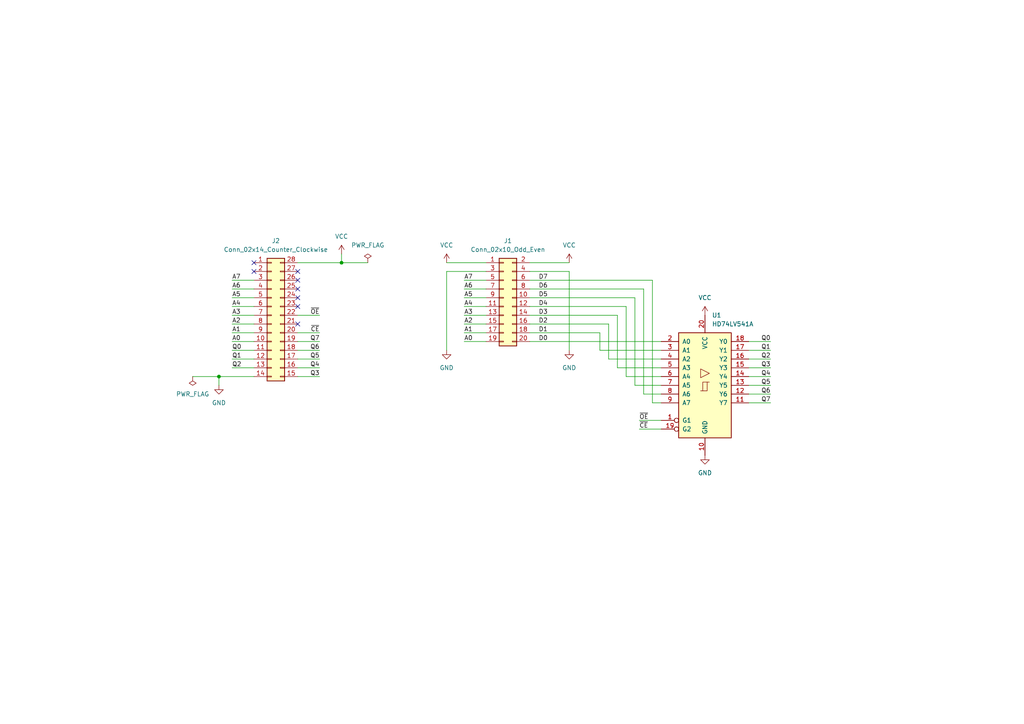
<source format=kicad_sch>
(kicad_sch (version 20211123) (generator eeschema)

  (uuid e63e39d7-6ac0-4ffd-8aa3-1841a4541b55)

  (paper "A4")

  (title_block
    (title "27512 ROM Adapter")
    (rev "v1.0")
  )

  (lib_symbols
    (symbol "74xx:74LS541" (pin_names (offset 1.016)) (in_bom yes) (on_board yes)
      (property "Reference" "U" (id 0) (at -7.62 16.51 0)
        (effects (font (size 1.27 1.27)))
      )
      (property "Value" "74LS541" (id 1) (at -7.62 -16.51 0)
        (effects (font (size 1.27 1.27)))
      )
      (property "Footprint" "" (id 2) (at 0 0 0)
        (effects (font (size 1.27 1.27)) hide)
      )
      (property "Datasheet" "http://www.ti.com/lit/gpn/sn74LS541" (id 3) (at 0 0 0)
        (effects (font (size 1.27 1.27)) hide)
      )
      (property "ki_locked" "" (id 4) (at 0 0 0)
        (effects (font (size 1.27 1.27)))
      )
      (property "ki_keywords" "TTL BUFFER 3State BUS" (id 5) (at 0 0 0)
        (effects (font (size 1.27 1.27)) hide)
      )
      (property "ki_description" "8-bit Buffer/Line Driver 3-state outputs" (id 6) (at 0 0 0)
        (effects (font (size 1.27 1.27)) hide)
      )
      (property "ki_fp_filters" "DIP?20*" (id 7) (at 0 0 0)
        (effects (font (size 1.27 1.27)) hide)
      )
      (symbol "74LS541_1_0"
        (polyline
          (pts
            (xy -0.635 -1.6002)
            (xy -0.635 0.9398)
            (xy 0.635 0.9398)
          )
          (stroke (width 0) (type default) (color 0 0 0 0))
          (fill (type none))
        )
        (polyline
          (pts
            (xy -1.27 -1.6002)
            (xy 0.635 -1.6002)
            (xy 0.635 0.9398)
            (xy 1.27 0.9398)
          )
          (stroke (width 0) (type default) (color 0 0 0 0))
          (fill (type none))
        )
        (polyline
          (pts
            (xy 1.27 3.4798)
            (xy -1.27 4.7498)
            (xy -1.27 2.2098)
            (xy 1.27 3.4798)
          )
          (stroke (width 0.1524) (type default) (color 0 0 0 0))
          (fill (type none))
        )
        (pin input inverted (at -12.7 -10.16 0) (length 5.08)
          (name "G1" (effects (font (size 1.27 1.27))))
          (number "1" (effects (font (size 1.27 1.27))))
        )
        (pin power_in line (at 0 -20.32 90) (length 5.08)
          (name "GND" (effects (font (size 1.27 1.27))))
          (number "10" (effects (font (size 1.27 1.27))))
        )
        (pin tri_state line (at 12.7 -5.08 180) (length 5.08)
          (name "Y7" (effects (font (size 1.27 1.27))))
          (number "11" (effects (font (size 1.27 1.27))))
        )
        (pin tri_state line (at 12.7 -2.54 180) (length 5.08)
          (name "Y6" (effects (font (size 1.27 1.27))))
          (number "12" (effects (font (size 1.27 1.27))))
        )
        (pin tri_state line (at 12.7 0 180) (length 5.08)
          (name "Y5" (effects (font (size 1.27 1.27))))
          (number "13" (effects (font (size 1.27 1.27))))
        )
        (pin tri_state line (at 12.7 2.54 180) (length 5.08)
          (name "Y4" (effects (font (size 1.27 1.27))))
          (number "14" (effects (font (size 1.27 1.27))))
        )
        (pin tri_state line (at 12.7 5.08 180) (length 5.08)
          (name "Y3" (effects (font (size 1.27 1.27))))
          (number "15" (effects (font (size 1.27 1.27))))
        )
        (pin tri_state line (at 12.7 7.62 180) (length 5.08)
          (name "Y2" (effects (font (size 1.27 1.27))))
          (number "16" (effects (font (size 1.27 1.27))))
        )
        (pin tri_state line (at 12.7 10.16 180) (length 5.08)
          (name "Y1" (effects (font (size 1.27 1.27))))
          (number "17" (effects (font (size 1.27 1.27))))
        )
        (pin tri_state line (at 12.7 12.7 180) (length 5.08)
          (name "Y0" (effects (font (size 1.27 1.27))))
          (number "18" (effects (font (size 1.27 1.27))))
        )
        (pin input inverted (at -12.7 -12.7 0) (length 5.08)
          (name "G2" (effects (font (size 1.27 1.27))))
          (number "19" (effects (font (size 1.27 1.27))))
        )
        (pin input line (at -12.7 12.7 0) (length 5.08)
          (name "A0" (effects (font (size 1.27 1.27))))
          (number "2" (effects (font (size 1.27 1.27))))
        )
        (pin power_in line (at 0 20.32 270) (length 5.08)
          (name "VCC" (effects (font (size 1.27 1.27))))
          (number "20" (effects (font (size 1.27 1.27))))
        )
        (pin input line (at -12.7 10.16 0) (length 5.08)
          (name "A1" (effects (font (size 1.27 1.27))))
          (number "3" (effects (font (size 1.27 1.27))))
        )
        (pin input line (at -12.7 7.62 0) (length 5.08)
          (name "A2" (effects (font (size 1.27 1.27))))
          (number "4" (effects (font (size 1.27 1.27))))
        )
        (pin input line (at -12.7 5.08 0) (length 5.08)
          (name "A3" (effects (font (size 1.27 1.27))))
          (number "5" (effects (font (size 1.27 1.27))))
        )
        (pin input line (at -12.7 2.54 0) (length 5.08)
          (name "A4" (effects (font (size 1.27 1.27))))
          (number "6" (effects (font (size 1.27 1.27))))
        )
        (pin input line (at -12.7 0 0) (length 5.08)
          (name "A5" (effects (font (size 1.27 1.27))))
          (number "7" (effects (font (size 1.27 1.27))))
        )
        (pin input line (at -12.7 -2.54 0) (length 5.08)
          (name "A6" (effects (font (size 1.27 1.27))))
          (number "8" (effects (font (size 1.27 1.27))))
        )
        (pin input line (at -12.7 -5.08 0) (length 5.08)
          (name "A7" (effects (font (size 1.27 1.27))))
          (number "9" (effects (font (size 1.27 1.27))))
        )
      )
      (symbol "74LS541_1_1"
        (rectangle (start -7.62 15.24) (end 7.62 -15.24)
          (stroke (width 0.254) (type default) (color 0 0 0 0))
          (fill (type background))
        )
      )
    )
    (symbol "Connector_Generic:Conn_02x10_Odd_Even" (pin_names (offset 1.016) hide) (in_bom yes) (on_board yes)
      (property "Reference" "J" (id 0) (at 1.27 12.7 0)
        (effects (font (size 1.27 1.27)))
      )
      (property "Value" "Conn_02x10_Odd_Even" (id 1) (at 1.27 -15.24 0)
        (effects (font (size 1.27 1.27)))
      )
      (property "Footprint" "" (id 2) (at 0 0 0)
        (effects (font (size 1.27 1.27)) hide)
      )
      (property "Datasheet" "~" (id 3) (at 0 0 0)
        (effects (font (size 1.27 1.27)) hide)
      )
      (property "ki_keywords" "connector" (id 4) (at 0 0 0)
        (effects (font (size 1.27 1.27)) hide)
      )
      (property "ki_description" "Generic connector, double row, 02x10, odd/even pin numbering scheme (row 1 odd numbers, row 2 even numbers), script generated (kicad-library-utils/schlib/autogen/connector/)" (id 5) (at 0 0 0)
        (effects (font (size 1.27 1.27)) hide)
      )
      (property "ki_fp_filters" "Connector*:*_2x??_*" (id 6) (at 0 0 0)
        (effects (font (size 1.27 1.27)) hide)
      )
      (symbol "Conn_02x10_Odd_Even_1_1"
        (rectangle (start -1.27 -12.573) (end 0 -12.827)
          (stroke (width 0.1524) (type default) (color 0 0 0 0))
          (fill (type none))
        )
        (rectangle (start -1.27 -10.033) (end 0 -10.287)
          (stroke (width 0.1524) (type default) (color 0 0 0 0))
          (fill (type none))
        )
        (rectangle (start -1.27 -7.493) (end 0 -7.747)
          (stroke (width 0.1524) (type default) (color 0 0 0 0))
          (fill (type none))
        )
        (rectangle (start -1.27 -4.953) (end 0 -5.207)
          (stroke (width 0.1524) (type default) (color 0 0 0 0))
          (fill (type none))
        )
        (rectangle (start -1.27 -2.413) (end 0 -2.667)
          (stroke (width 0.1524) (type default) (color 0 0 0 0))
          (fill (type none))
        )
        (rectangle (start -1.27 0.127) (end 0 -0.127)
          (stroke (width 0.1524) (type default) (color 0 0 0 0))
          (fill (type none))
        )
        (rectangle (start -1.27 2.667) (end 0 2.413)
          (stroke (width 0.1524) (type default) (color 0 0 0 0))
          (fill (type none))
        )
        (rectangle (start -1.27 5.207) (end 0 4.953)
          (stroke (width 0.1524) (type default) (color 0 0 0 0))
          (fill (type none))
        )
        (rectangle (start -1.27 7.747) (end 0 7.493)
          (stroke (width 0.1524) (type default) (color 0 0 0 0))
          (fill (type none))
        )
        (rectangle (start -1.27 10.287) (end 0 10.033)
          (stroke (width 0.1524) (type default) (color 0 0 0 0))
          (fill (type none))
        )
        (rectangle (start -1.27 11.43) (end 3.81 -13.97)
          (stroke (width 0.254) (type default) (color 0 0 0 0))
          (fill (type background))
        )
        (rectangle (start 3.81 -12.573) (end 2.54 -12.827)
          (stroke (width 0.1524) (type default) (color 0 0 0 0))
          (fill (type none))
        )
        (rectangle (start 3.81 -10.033) (end 2.54 -10.287)
          (stroke (width 0.1524) (type default) (color 0 0 0 0))
          (fill (type none))
        )
        (rectangle (start 3.81 -7.493) (end 2.54 -7.747)
          (stroke (width 0.1524) (type default) (color 0 0 0 0))
          (fill (type none))
        )
        (rectangle (start 3.81 -4.953) (end 2.54 -5.207)
          (stroke (width 0.1524) (type default) (color 0 0 0 0))
          (fill (type none))
        )
        (rectangle (start 3.81 -2.413) (end 2.54 -2.667)
          (stroke (width 0.1524) (type default) (color 0 0 0 0))
          (fill (type none))
        )
        (rectangle (start 3.81 0.127) (end 2.54 -0.127)
          (stroke (width 0.1524) (type default) (color 0 0 0 0))
          (fill (type none))
        )
        (rectangle (start 3.81 2.667) (end 2.54 2.413)
          (stroke (width 0.1524) (type default) (color 0 0 0 0))
          (fill (type none))
        )
        (rectangle (start 3.81 5.207) (end 2.54 4.953)
          (stroke (width 0.1524) (type default) (color 0 0 0 0))
          (fill (type none))
        )
        (rectangle (start 3.81 7.747) (end 2.54 7.493)
          (stroke (width 0.1524) (type default) (color 0 0 0 0))
          (fill (type none))
        )
        (rectangle (start 3.81 10.287) (end 2.54 10.033)
          (stroke (width 0.1524) (type default) (color 0 0 0 0))
          (fill (type none))
        )
        (pin passive line (at -5.08 10.16 0) (length 3.81)
          (name "Pin_1" (effects (font (size 1.27 1.27))))
          (number "1" (effects (font (size 1.27 1.27))))
        )
        (pin passive line (at 7.62 0 180) (length 3.81)
          (name "Pin_10" (effects (font (size 1.27 1.27))))
          (number "10" (effects (font (size 1.27 1.27))))
        )
        (pin passive line (at -5.08 -2.54 0) (length 3.81)
          (name "Pin_11" (effects (font (size 1.27 1.27))))
          (number "11" (effects (font (size 1.27 1.27))))
        )
        (pin passive line (at 7.62 -2.54 180) (length 3.81)
          (name "Pin_12" (effects (font (size 1.27 1.27))))
          (number "12" (effects (font (size 1.27 1.27))))
        )
        (pin passive line (at -5.08 -5.08 0) (length 3.81)
          (name "Pin_13" (effects (font (size 1.27 1.27))))
          (number "13" (effects (font (size 1.27 1.27))))
        )
        (pin passive line (at 7.62 -5.08 180) (length 3.81)
          (name "Pin_14" (effects (font (size 1.27 1.27))))
          (number "14" (effects (font (size 1.27 1.27))))
        )
        (pin passive line (at -5.08 -7.62 0) (length 3.81)
          (name "Pin_15" (effects (font (size 1.27 1.27))))
          (number "15" (effects (font (size 1.27 1.27))))
        )
        (pin passive line (at 7.62 -7.62 180) (length 3.81)
          (name "Pin_16" (effects (font (size 1.27 1.27))))
          (number "16" (effects (font (size 1.27 1.27))))
        )
        (pin passive line (at -5.08 -10.16 0) (length 3.81)
          (name "Pin_17" (effects (font (size 1.27 1.27))))
          (number "17" (effects (font (size 1.27 1.27))))
        )
        (pin passive line (at 7.62 -10.16 180) (length 3.81)
          (name "Pin_18" (effects (font (size 1.27 1.27))))
          (number "18" (effects (font (size 1.27 1.27))))
        )
        (pin passive line (at -5.08 -12.7 0) (length 3.81)
          (name "Pin_19" (effects (font (size 1.27 1.27))))
          (number "19" (effects (font (size 1.27 1.27))))
        )
        (pin passive line (at 7.62 10.16 180) (length 3.81)
          (name "Pin_2" (effects (font (size 1.27 1.27))))
          (number "2" (effects (font (size 1.27 1.27))))
        )
        (pin passive line (at 7.62 -12.7 180) (length 3.81)
          (name "Pin_20" (effects (font (size 1.27 1.27))))
          (number "20" (effects (font (size 1.27 1.27))))
        )
        (pin passive line (at -5.08 7.62 0) (length 3.81)
          (name "Pin_3" (effects (font (size 1.27 1.27))))
          (number "3" (effects (font (size 1.27 1.27))))
        )
        (pin passive line (at 7.62 7.62 180) (length 3.81)
          (name "Pin_4" (effects (font (size 1.27 1.27))))
          (number "4" (effects (font (size 1.27 1.27))))
        )
        (pin passive line (at -5.08 5.08 0) (length 3.81)
          (name "Pin_5" (effects (font (size 1.27 1.27))))
          (number "5" (effects (font (size 1.27 1.27))))
        )
        (pin passive line (at 7.62 5.08 180) (length 3.81)
          (name "Pin_6" (effects (font (size 1.27 1.27))))
          (number "6" (effects (font (size 1.27 1.27))))
        )
        (pin passive line (at -5.08 2.54 0) (length 3.81)
          (name "Pin_7" (effects (font (size 1.27 1.27))))
          (number "7" (effects (font (size 1.27 1.27))))
        )
        (pin passive line (at 7.62 2.54 180) (length 3.81)
          (name "Pin_8" (effects (font (size 1.27 1.27))))
          (number "8" (effects (font (size 1.27 1.27))))
        )
        (pin passive line (at -5.08 0 0) (length 3.81)
          (name "Pin_9" (effects (font (size 1.27 1.27))))
          (number "9" (effects (font (size 1.27 1.27))))
        )
      )
    )
    (symbol "Connector_Generic:Conn_02x14_Counter_Clockwise" (pin_names (offset 1.016) hide) (in_bom yes) (on_board yes)
      (property "Reference" "J" (id 0) (at 1.27 17.78 0)
        (effects (font (size 1.27 1.27)))
      )
      (property "Value" "Conn_02x14_Counter_Clockwise" (id 1) (at 1.27 -20.32 0)
        (effects (font (size 1.27 1.27)))
      )
      (property "Footprint" "" (id 2) (at 0 0 0)
        (effects (font (size 1.27 1.27)) hide)
      )
      (property "Datasheet" "~" (id 3) (at 0 0 0)
        (effects (font (size 1.27 1.27)) hide)
      )
      (property "ki_keywords" "connector" (id 4) (at 0 0 0)
        (effects (font (size 1.27 1.27)) hide)
      )
      (property "ki_description" "Generic connector, double row, 02x14, counter clockwise pin numbering scheme (similar to DIP packge numbering), script generated (kicad-library-utils/schlib/autogen/connector/)" (id 5) (at 0 0 0)
        (effects (font (size 1.27 1.27)) hide)
      )
      (property "ki_fp_filters" "Connector*:*_2x??_*" (id 6) (at 0 0 0)
        (effects (font (size 1.27 1.27)) hide)
      )
      (symbol "Conn_02x14_Counter_Clockwise_1_1"
        (rectangle (start -1.27 -17.653) (end 0 -17.907)
          (stroke (width 0.1524) (type default) (color 0 0 0 0))
          (fill (type none))
        )
        (rectangle (start -1.27 -15.113) (end 0 -15.367)
          (stroke (width 0.1524) (type default) (color 0 0 0 0))
          (fill (type none))
        )
        (rectangle (start -1.27 -12.573) (end 0 -12.827)
          (stroke (width 0.1524) (type default) (color 0 0 0 0))
          (fill (type none))
        )
        (rectangle (start -1.27 -10.033) (end 0 -10.287)
          (stroke (width 0.1524) (type default) (color 0 0 0 0))
          (fill (type none))
        )
        (rectangle (start -1.27 -7.493) (end 0 -7.747)
          (stroke (width 0.1524) (type default) (color 0 0 0 0))
          (fill (type none))
        )
        (rectangle (start -1.27 -4.953) (end 0 -5.207)
          (stroke (width 0.1524) (type default) (color 0 0 0 0))
          (fill (type none))
        )
        (rectangle (start -1.27 -2.413) (end 0 -2.667)
          (stroke (width 0.1524) (type default) (color 0 0 0 0))
          (fill (type none))
        )
        (rectangle (start -1.27 0.127) (end 0 -0.127)
          (stroke (width 0.1524) (type default) (color 0 0 0 0))
          (fill (type none))
        )
        (rectangle (start -1.27 2.667) (end 0 2.413)
          (stroke (width 0.1524) (type default) (color 0 0 0 0))
          (fill (type none))
        )
        (rectangle (start -1.27 5.207) (end 0 4.953)
          (stroke (width 0.1524) (type default) (color 0 0 0 0))
          (fill (type none))
        )
        (rectangle (start -1.27 7.747) (end 0 7.493)
          (stroke (width 0.1524) (type default) (color 0 0 0 0))
          (fill (type none))
        )
        (rectangle (start -1.27 10.287) (end 0 10.033)
          (stroke (width 0.1524) (type default) (color 0 0 0 0))
          (fill (type none))
        )
        (rectangle (start -1.27 12.827) (end 0 12.573)
          (stroke (width 0.1524) (type default) (color 0 0 0 0))
          (fill (type none))
        )
        (rectangle (start -1.27 15.367) (end 0 15.113)
          (stroke (width 0.1524) (type default) (color 0 0 0 0))
          (fill (type none))
        )
        (rectangle (start -1.27 16.51) (end 3.81 -19.05)
          (stroke (width 0.254) (type default) (color 0 0 0 0))
          (fill (type background))
        )
        (rectangle (start 3.81 -17.653) (end 2.54 -17.907)
          (stroke (width 0.1524) (type default) (color 0 0 0 0))
          (fill (type none))
        )
        (rectangle (start 3.81 -15.113) (end 2.54 -15.367)
          (stroke (width 0.1524) (type default) (color 0 0 0 0))
          (fill (type none))
        )
        (rectangle (start 3.81 -12.573) (end 2.54 -12.827)
          (stroke (width 0.1524) (type default) (color 0 0 0 0))
          (fill (type none))
        )
        (rectangle (start 3.81 -10.033) (end 2.54 -10.287)
          (stroke (width 0.1524) (type default) (color 0 0 0 0))
          (fill (type none))
        )
        (rectangle (start 3.81 -7.493) (end 2.54 -7.747)
          (stroke (width 0.1524) (type default) (color 0 0 0 0))
          (fill (type none))
        )
        (rectangle (start 3.81 -4.953) (end 2.54 -5.207)
          (stroke (width 0.1524) (type default) (color 0 0 0 0))
          (fill (type none))
        )
        (rectangle (start 3.81 -2.413) (end 2.54 -2.667)
          (stroke (width 0.1524) (type default) (color 0 0 0 0))
          (fill (type none))
        )
        (rectangle (start 3.81 0.127) (end 2.54 -0.127)
          (stroke (width 0.1524) (type default) (color 0 0 0 0))
          (fill (type none))
        )
        (rectangle (start 3.81 2.667) (end 2.54 2.413)
          (stroke (width 0.1524) (type default) (color 0 0 0 0))
          (fill (type none))
        )
        (rectangle (start 3.81 5.207) (end 2.54 4.953)
          (stroke (width 0.1524) (type default) (color 0 0 0 0))
          (fill (type none))
        )
        (rectangle (start 3.81 7.747) (end 2.54 7.493)
          (stroke (width 0.1524) (type default) (color 0 0 0 0))
          (fill (type none))
        )
        (rectangle (start 3.81 10.287) (end 2.54 10.033)
          (stroke (width 0.1524) (type default) (color 0 0 0 0))
          (fill (type none))
        )
        (rectangle (start 3.81 12.827) (end 2.54 12.573)
          (stroke (width 0.1524) (type default) (color 0 0 0 0))
          (fill (type none))
        )
        (rectangle (start 3.81 15.367) (end 2.54 15.113)
          (stroke (width 0.1524) (type default) (color 0 0 0 0))
          (fill (type none))
        )
        (pin passive line (at -5.08 15.24 0) (length 3.81)
          (name "Pin_1" (effects (font (size 1.27 1.27))))
          (number "1" (effects (font (size 1.27 1.27))))
        )
        (pin passive line (at -5.08 -7.62 0) (length 3.81)
          (name "Pin_10" (effects (font (size 1.27 1.27))))
          (number "10" (effects (font (size 1.27 1.27))))
        )
        (pin passive line (at -5.08 -10.16 0) (length 3.81)
          (name "Pin_11" (effects (font (size 1.27 1.27))))
          (number "11" (effects (font (size 1.27 1.27))))
        )
        (pin passive line (at -5.08 -12.7 0) (length 3.81)
          (name "Pin_12" (effects (font (size 1.27 1.27))))
          (number "12" (effects (font (size 1.27 1.27))))
        )
        (pin passive line (at -5.08 -15.24 0) (length 3.81)
          (name "Pin_13" (effects (font (size 1.27 1.27))))
          (number "13" (effects (font (size 1.27 1.27))))
        )
        (pin passive line (at -5.08 -17.78 0) (length 3.81)
          (name "Pin_14" (effects (font (size 1.27 1.27))))
          (number "14" (effects (font (size 1.27 1.27))))
        )
        (pin passive line (at 7.62 -17.78 180) (length 3.81)
          (name "Pin_15" (effects (font (size 1.27 1.27))))
          (number "15" (effects (font (size 1.27 1.27))))
        )
        (pin passive line (at 7.62 -15.24 180) (length 3.81)
          (name "Pin_16" (effects (font (size 1.27 1.27))))
          (number "16" (effects (font (size 1.27 1.27))))
        )
        (pin passive line (at 7.62 -12.7 180) (length 3.81)
          (name "Pin_17" (effects (font (size 1.27 1.27))))
          (number "17" (effects (font (size 1.27 1.27))))
        )
        (pin passive line (at 7.62 -10.16 180) (length 3.81)
          (name "Pin_18" (effects (font (size 1.27 1.27))))
          (number "18" (effects (font (size 1.27 1.27))))
        )
        (pin passive line (at 7.62 -7.62 180) (length 3.81)
          (name "Pin_19" (effects (font (size 1.27 1.27))))
          (number "19" (effects (font (size 1.27 1.27))))
        )
        (pin passive line (at -5.08 12.7 0) (length 3.81)
          (name "Pin_2" (effects (font (size 1.27 1.27))))
          (number "2" (effects (font (size 1.27 1.27))))
        )
        (pin passive line (at 7.62 -5.08 180) (length 3.81)
          (name "Pin_20" (effects (font (size 1.27 1.27))))
          (number "20" (effects (font (size 1.27 1.27))))
        )
        (pin passive line (at 7.62 -2.54 180) (length 3.81)
          (name "Pin_21" (effects (font (size 1.27 1.27))))
          (number "21" (effects (font (size 1.27 1.27))))
        )
        (pin passive line (at 7.62 0 180) (length 3.81)
          (name "Pin_22" (effects (font (size 1.27 1.27))))
          (number "22" (effects (font (size 1.27 1.27))))
        )
        (pin passive line (at 7.62 2.54 180) (length 3.81)
          (name "Pin_23" (effects (font (size 1.27 1.27))))
          (number "23" (effects (font (size 1.27 1.27))))
        )
        (pin passive line (at 7.62 5.08 180) (length 3.81)
          (name "Pin_24" (effects (font (size 1.27 1.27))))
          (number "24" (effects (font (size 1.27 1.27))))
        )
        (pin passive line (at 7.62 7.62 180) (length 3.81)
          (name "Pin_25" (effects (font (size 1.27 1.27))))
          (number "25" (effects (font (size 1.27 1.27))))
        )
        (pin passive line (at 7.62 10.16 180) (length 3.81)
          (name "Pin_26" (effects (font (size 1.27 1.27))))
          (number "26" (effects (font (size 1.27 1.27))))
        )
        (pin passive line (at 7.62 12.7 180) (length 3.81)
          (name "Pin_27" (effects (font (size 1.27 1.27))))
          (number "27" (effects (font (size 1.27 1.27))))
        )
        (pin passive line (at 7.62 15.24 180) (length 3.81)
          (name "Pin_28" (effects (font (size 1.27 1.27))))
          (number "28" (effects (font (size 1.27 1.27))))
        )
        (pin passive line (at -5.08 10.16 0) (length 3.81)
          (name "Pin_3" (effects (font (size 1.27 1.27))))
          (number "3" (effects (font (size 1.27 1.27))))
        )
        (pin passive line (at -5.08 7.62 0) (length 3.81)
          (name "Pin_4" (effects (font (size 1.27 1.27))))
          (number "4" (effects (font (size 1.27 1.27))))
        )
        (pin passive line (at -5.08 5.08 0) (length 3.81)
          (name "Pin_5" (effects (font (size 1.27 1.27))))
          (number "5" (effects (font (size 1.27 1.27))))
        )
        (pin passive line (at -5.08 2.54 0) (length 3.81)
          (name "Pin_6" (effects (font (size 1.27 1.27))))
          (number "6" (effects (font (size 1.27 1.27))))
        )
        (pin passive line (at -5.08 0 0) (length 3.81)
          (name "Pin_7" (effects (font (size 1.27 1.27))))
          (number "7" (effects (font (size 1.27 1.27))))
        )
        (pin passive line (at -5.08 -2.54 0) (length 3.81)
          (name "Pin_8" (effects (font (size 1.27 1.27))))
          (number "8" (effects (font (size 1.27 1.27))))
        )
        (pin passive line (at -5.08 -5.08 0) (length 3.81)
          (name "Pin_9" (effects (font (size 1.27 1.27))))
          (number "9" (effects (font (size 1.27 1.27))))
        )
      )
    )
    (symbol "power:GND" (power) (pin_names (offset 0)) (in_bom yes) (on_board yes)
      (property "Reference" "#PWR" (id 0) (at 0 -6.35 0)
        (effects (font (size 1.27 1.27)) hide)
      )
      (property "Value" "GND" (id 1) (at 0 -3.81 0)
        (effects (font (size 1.27 1.27)))
      )
      (property "Footprint" "" (id 2) (at 0 0 0)
        (effects (font (size 1.27 1.27)) hide)
      )
      (property "Datasheet" "" (id 3) (at 0 0 0)
        (effects (font (size 1.27 1.27)) hide)
      )
      (property "ki_keywords" "power-flag" (id 4) (at 0 0 0)
        (effects (font (size 1.27 1.27)) hide)
      )
      (property "ki_description" "Power symbol creates a global label with name \"GND\" , ground" (id 5) (at 0 0 0)
        (effects (font (size 1.27 1.27)) hide)
      )
      (symbol "GND_0_1"
        (polyline
          (pts
            (xy 0 0)
            (xy 0 -1.27)
            (xy 1.27 -1.27)
            (xy 0 -2.54)
            (xy -1.27 -1.27)
            (xy 0 -1.27)
          )
          (stroke (width 0) (type default) (color 0 0 0 0))
          (fill (type none))
        )
      )
      (symbol "GND_1_1"
        (pin power_in line (at 0 0 270) (length 0) hide
          (name "GND" (effects (font (size 1.27 1.27))))
          (number "1" (effects (font (size 1.27 1.27))))
        )
      )
    )
    (symbol "power:PWR_FLAG" (power) (pin_numbers hide) (pin_names (offset 0) hide) (in_bom yes) (on_board yes)
      (property "Reference" "#FLG" (id 0) (at 0 1.905 0)
        (effects (font (size 1.27 1.27)) hide)
      )
      (property "Value" "PWR_FLAG" (id 1) (at 0 3.81 0)
        (effects (font (size 1.27 1.27)))
      )
      (property "Footprint" "" (id 2) (at 0 0 0)
        (effects (font (size 1.27 1.27)) hide)
      )
      (property "Datasheet" "~" (id 3) (at 0 0 0)
        (effects (font (size 1.27 1.27)) hide)
      )
      (property "ki_keywords" "power-flag" (id 4) (at 0 0 0)
        (effects (font (size 1.27 1.27)) hide)
      )
      (property "ki_description" "Special symbol for telling ERC where power comes from" (id 5) (at 0 0 0)
        (effects (font (size 1.27 1.27)) hide)
      )
      (symbol "PWR_FLAG_0_0"
        (pin power_out line (at 0 0 90) (length 0)
          (name "pwr" (effects (font (size 1.27 1.27))))
          (number "1" (effects (font (size 1.27 1.27))))
        )
      )
      (symbol "PWR_FLAG_0_1"
        (polyline
          (pts
            (xy 0 0)
            (xy 0 1.27)
            (xy -1.016 1.905)
            (xy 0 2.54)
            (xy 1.016 1.905)
            (xy 0 1.27)
          )
          (stroke (width 0) (type default) (color 0 0 0 0))
          (fill (type none))
        )
      )
    )
    (symbol "power:VCC" (power) (pin_names (offset 0)) (in_bom yes) (on_board yes)
      (property "Reference" "#PWR" (id 0) (at 0 -3.81 0)
        (effects (font (size 1.27 1.27)) hide)
      )
      (property "Value" "VCC" (id 1) (at 0 3.81 0)
        (effects (font (size 1.27 1.27)))
      )
      (property "Footprint" "" (id 2) (at 0 0 0)
        (effects (font (size 1.27 1.27)) hide)
      )
      (property "Datasheet" "" (id 3) (at 0 0 0)
        (effects (font (size 1.27 1.27)) hide)
      )
      (property "ki_keywords" "power-flag" (id 4) (at 0 0 0)
        (effects (font (size 1.27 1.27)) hide)
      )
      (property "ki_description" "Power symbol creates a global label with name \"VCC\"" (id 5) (at 0 0 0)
        (effects (font (size 1.27 1.27)) hide)
      )
      (symbol "VCC_0_1"
        (polyline
          (pts
            (xy -0.762 1.27)
            (xy 0 2.54)
          )
          (stroke (width 0) (type default) (color 0 0 0 0))
          (fill (type none))
        )
        (polyline
          (pts
            (xy 0 0)
            (xy 0 2.54)
          )
          (stroke (width 0) (type default) (color 0 0 0 0))
          (fill (type none))
        )
        (polyline
          (pts
            (xy 0 2.54)
            (xy 0.762 1.27)
          )
          (stroke (width 0) (type default) (color 0 0 0 0))
          (fill (type none))
        )
      )
      (symbol "VCC_1_1"
        (pin power_in line (at 0 0 90) (length 0) hide
          (name "VCC" (effects (font (size 1.27 1.27))))
          (number "1" (effects (font (size 1.27 1.27))))
        )
      )
    )
  )

  (junction (at 63.5 109.22) (diameter 0) (color 0 0 0 0)
    (uuid 01a3e33a-cde7-4193-9477-12c00106b1fc)
  )
  (junction (at 99.06 76.2) (diameter 0) (color 0 0 0 0)
    (uuid 79ed9c4e-844c-4156-aeb9-4a867488c0b6)
  )

  (no_connect (at 86.36 86.36) (uuid 249c7bdc-5fca-49bf-be50-f5727ad0bb3f))
  (no_connect (at 86.36 83.82) (uuid 249c7bdc-5fca-49bf-be50-f5727ad0bb3f))
  (no_connect (at 73.66 78.74) (uuid 249c7bdc-5fca-49bf-be50-f5727ad0bb3f))
  (no_connect (at 86.36 93.98) (uuid 249c7bdc-5fca-49bf-be50-f5727ad0bb3f))
  (no_connect (at 86.36 88.9) (uuid 249c7bdc-5fca-49bf-be50-f5727ad0bb3f))
  (no_connect (at 86.36 81.28) (uuid 249c7bdc-5fca-49bf-be50-f5727ad0bb3f))
  (no_connect (at 86.36 78.74) (uuid 249c7bdc-5fca-49bf-be50-f5727ad0bb3f))
  (no_connect (at 73.66 76.2) (uuid 249c7bdc-5fca-49bf-be50-f5727ad0bb3f))

  (wire (pts (xy 73.66 109.22) (xy 63.5 109.22))
    (stroke (width 0) (type default) (color 0 0 0 0))
    (uuid 01179ada-7895-4a20-91c8-a20087e3e483)
  )
  (wire (pts (xy 181.61 88.9) (xy 181.61 109.22))
    (stroke (width 0) (type default) (color 0 0 0 0))
    (uuid 0501c479-5eda-4175-b127-463721c53e0a)
  )
  (wire (pts (xy 181.61 109.22) (xy 191.77 109.22))
    (stroke (width 0) (type default) (color 0 0 0 0))
    (uuid 06815404-e035-4e17-89a5-da21e0052b82)
  )
  (wire (pts (xy 55.88 109.22) (xy 63.5 109.22))
    (stroke (width 0) (type default) (color 0 0 0 0))
    (uuid 0eca511d-e712-4832-8624-bcebbba27c50)
  )
  (wire (pts (xy 63.5 109.22) (xy 63.5 111.76))
    (stroke (width 0) (type default) (color 0 0 0 0))
    (uuid 10eaaac1-eac8-48f5-93d6-5543a9d22034)
  )
  (wire (pts (xy 86.36 101.6) (xy 92.71 101.6))
    (stroke (width 0) (type default) (color 0 0 0 0))
    (uuid 11316c6e-c6b6-4377-9342-a7648e7f77be)
  )
  (wire (pts (xy 134.62 88.9) (xy 140.97 88.9))
    (stroke (width 0) (type default) (color 0 0 0 0))
    (uuid 1327380e-8c67-4e70-a850-6ab5d2a5fd75)
  )
  (wire (pts (xy 67.31 96.52) (xy 73.66 96.52))
    (stroke (width 0) (type default) (color 0 0 0 0))
    (uuid 15f8a827-2ded-486b-bea7-a06ca5a2b720)
  )
  (wire (pts (xy 217.17 109.22) (xy 223.52 109.22))
    (stroke (width 0) (type default) (color 0 0 0 0))
    (uuid 19114b56-098d-4a76-97f4-85a9e63fa16f)
  )
  (wire (pts (xy 134.62 96.52) (xy 140.97 96.52))
    (stroke (width 0) (type default) (color 0 0 0 0))
    (uuid 1bb31f70-f39f-469b-987a-0b43542d02c8)
  )
  (wire (pts (xy 99.06 76.2) (xy 106.68 76.2))
    (stroke (width 0) (type default) (color 0 0 0 0))
    (uuid 216197f1-b5d4-4b22-affe-4f249a66303c)
  )
  (wire (pts (xy 134.62 91.44) (xy 140.97 91.44))
    (stroke (width 0) (type default) (color 0 0 0 0))
    (uuid 290f52bc-887a-4061-9547-fdb136c7a548)
  )
  (wire (pts (xy 153.67 83.82) (xy 186.69 83.82))
    (stroke (width 0) (type default) (color 0 0 0 0))
    (uuid 2a2df756-b61a-4cc2-9623-f529b3cb98ef)
  )
  (wire (pts (xy 134.62 86.36) (xy 140.97 86.36))
    (stroke (width 0) (type default) (color 0 0 0 0))
    (uuid 2d321073-88e1-4316-8421-4a8886dde9fc)
  )
  (wire (pts (xy 173.99 96.52) (xy 173.99 101.6))
    (stroke (width 0) (type default) (color 0 0 0 0))
    (uuid 33a8266d-1b6a-4554-a0e1-82e6f7b29acb)
  )
  (wire (pts (xy 153.67 76.2) (xy 165.1 76.2))
    (stroke (width 0) (type default) (color 0 0 0 0))
    (uuid 379a17bf-cca3-4fd5-86d1-59affdab579e)
  )
  (wire (pts (xy 129.54 78.74) (xy 129.54 101.6))
    (stroke (width 0) (type default) (color 0 0 0 0))
    (uuid 4c5b3652-214e-4fbf-bc26-89d5198984c4)
  )
  (wire (pts (xy 134.62 81.28) (xy 140.97 81.28))
    (stroke (width 0) (type default) (color 0 0 0 0))
    (uuid 4ebf4773-fd03-4191-96e7-f72835e5baf4)
  )
  (wire (pts (xy 217.17 99.06) (xy 223.52 99.06))
    (stroke (width 0) (type default) (color 0 0 0 0))
    (uuid 5abbb7b3-7026-4a71-87c4-6de214d81a73)
  )
  (wire (pts (xy 153.67 91.44) (xy 179.07 91.44))
    (stroke (width 0) (type default) (color 0 0 0 0))
    (uuid 632ac228-b9d1-456c-a5c7-7878d2cf7dd4)
  )
  (wire (pts (xy 217.17 106.68) (xy 223.52 106.68))
    (stroke (width 0) (type default) (color 0 0 0 0))
    (uuid 659bf2f5-347c-4504-b276-84660e67d850)
  )
  (wire (pts (xy 86.36 109.22) (xy 92.71 109.22))
    (stroke (width 0) (type default) (color 0 0 0 0))
    (uuid 66630585-a768-4ba9-85f9-beb639e9054a)
  )
  (wire (pts (xy 185.42 121.92) (xy 191.77 121.92))
    (stroke (width 0) (type default) (color 0 0 0 0))
    (uuid 6693f330-3245-4514-9953-5d3df86d57e2)
  )
  (wire (pts (xy 86.36 104.14) (xy 92.71 104.14))
    (stroke (width 0) (type default) (color 0 0 0 0))
    (uuid 67dd7057-4d15-4bfe-aaba-e216fcfa20d6)
  )
  (wire (pts (xy 67.31 104.14) (xy 73.66 104.14))
    (stroke (width 0) (type default) (color 0 0 0 0))
    (uuid 6c7e31e3-2b43-4dd3-8a81-3deda3cc19b3)
  )
  (wire (pts (xy 67.31 88.9) (xy 73.66 88.9))
    (stroke (width 0) (type default) (color 0 0 0 0))
    (uuid 6f39ac71-504f-4657-8986-24ff4f2d032d)
  )
  (wire (pts (xy 134.62 83.82) (xy 140.97 83.82))
    (stroke (width 0) (type default) (color 0 0 0 0))
    (uuid 6f3ed25c-c714-4437-bcc3-8ac943d0a8c2)
  )
  (wire (pts (xy 86.36 96.52) (xy 92.71 96.52))
    (stroke (width 0) (type default) (color 0 0 0 0))
    (uuid 727ed564-b946-4643-aabc-6b285113d570)
  )
  (wire (pts (xy 185.42 124.46) (xy 191.77 124.46))
    (stroke (width 0) (type default) (color 0 0 0 0))
    (uuid 73f2b115-e957-473b-b2ea-f06eb783e731)
  )
  (wire (pts (xy 86.36 91.44) (xy 92.71 91.44))
    (stroke (width 0) (type default) (color 0 0 0 0))
    (uuid 7ab42517-3a89-44d6-8028-11fbb7f29534)
  )
  (wire (pts (xy 67.31 83.82) (xy 73.66 83.82))
    (stroke (width 0) (type default) (color 0 0 0 0))
    (uuid 7c97d781-16eb-458a-91a2-bfecfd5fd580)
  )
  (wire (pts (xy 189.23 81.28) (xy 189.23 116.84))
    (stroke (width 0) (type default) (color 0 0 0 0))
    (uuid 7eaba4cf-55c4-40dc-9d81-3baa47afa9a7)
  )
  (wire (pts (xy 134.62 99.06) (xy 140.97 99.06))
    (stroke (width 0) (type default) (color 0 0 0 0))
    (uuid 80675fc9-f632-40db-8881-3a0e9f1b5611)
  )
  (wire (pts (xy 140.97 78.74) (xy 129.54 78.74))
    (stroke (width 0) (type default) (color 0 0 0 0))
    (uuid 8160053b-9c05-4f17-9720-d23fb2243a8a)
  )
  (wire (pts (xy 217.17 104.14) (xy 223.52 104.14))
    (stroke (width 0) (type default) (color 0 0 0 0))
    (uuid 83bc7001-9bf6-4807-a1b8-87963d3c11fb)
  )
  (wire (pts (xy 67.31 81.28) (xy 73.66 81.28))
    (stroke (width 0) (type default) (color 0 0 0 0))
    (uuid 85dd6acf-d5aa-484e-930f-b3bbabe3e7e1)
  )
  (wire (pts (xy 189.23 116.84) (xy 191.77 116.84))
    (stroke (width 0) (type default) (color 0 0 0 0))
    (uuid 8906ab47-382f-4e36-b666-8448c83f4db9)
  )
  (wire (pts (xy 67.31 101.6) (xy 73.66 101.6))
    (stroke (width 0) (type default) (color 0 0 0 0))
    (uuid 8c7fbaee-3f9c-477a-99fc-12f47ec49bcf)
  )
  (wire (pts (xy 165.1 78.74) (xy 165.1 101.6))
    (stroke (width 0) (type default) (color 0 0 0 0))
    (uuid 927e9850-35cb-4c14-a4e4-8155b9f40a18)
  )
  (wire (pts (xy 179.07 91.44) (xy 179.07 106.68))
    (stroke (width 0) (type default) (color 0 0 0 0))
    (uuid 93bd1249-69c1-4ffd-89b6-77574145051c)
  )
  (wire (pts (xy 173.99 101.6) (xy 191.77 101.6))
    (stroke (width 0) (type default) (color 0 0 0 0))
    (uuid 97e7ea7b-7ecf-4910-8d52-3033910f074f)
  )
  (wire (pts (xy 67.31 106.68) (xy 73.66 106.68))
    (stroke (width 0) (type default) (color 0 0 0 0))
    (uuid 97e96f20-a3a6-4ca0-94cd-2f89b3f86ded)
  )
  (wire (pts (xy 67.31 91.44) (xy 73.66 91.44))
    (stroke (width 0) (type default) (color 0 0 0 0))
    (uuid 98d4b13d-e6c3-4c74-9ab8-e8924b0a235c)
  )
  (wire (pts (xy 153.67 86.36) (xy 184.15 86.36))
    (stroke (width 0) (type default) (color 0 0 0 0))
    (uuid 9c6bb213-6a95-46a3-a223-83dd46b1e63b)
  )
  (wire (pts (xy 86.36 106.68) (xy 92.71 106.68))
    (stroke (width 0) (type default) (color 0 0 0 0))
    (uuid 9dbf289f-4308-406f-8668-ec88d3bd3395)
  )
  (wire (pts (xy 99.06 76.2) (xy 86.36 76.2))
    (stroke (width 0) (type default) (color 0 0 0 0))
    (uuid a228dd02-8caa-443f-9918-bbf6eb62d140)
  )
  (wire (pts (xy 217.17 101.6) (xy 223.52 101.6))
    (stroke (width 0) (type default) (color 0 0 0 0))
    (uuid a2dcf0a9-ee0f-460f-98f4-0ec9dba40b8f)
  )
  (wire (pts (xy 184.15 111.76) (xy 191.77 111.76))
    (stroke (width 0) (type default) (color 0 0 0 0))
    (uuid a47d5fe4-aa70-4d60-9560-3da84deb5ebe)
  )
  (wire (pts (xy 217.17 116.84) (xy 223.52 116.84))
    (stroke (width 0) (type default) (color 0 0 0 0))
    (uuid a54dff24-f40d-46d2-a5e7-52df818f3ae8)
  )
  (wire (pts (xy 153.67 81.28) (xy 189.23 81.28))
    (stroke (width 0) (type default) (color 0 0 0 0))
    (uuid a9b0defb-edfd-4269-8d82-ea8a4cee2747)
  )
  (wire (pts (xy 176.53 104.14) (xy 191.77 104.14))
    (stroke (width 0) (type default) (color 0 0 0 0))
    (uuid aa6de6ae-47b9-4c3b-a3a7-1cf18a9ad25c)
  )
  (wire (pts (xy 67.31 86.36) (xy 73.66 86.36))
    (stroke (width 0) (type default) (color 0 0 0 0))
    (uuid af62fdac-3d0e-4eab-9d5f-334f2621133c)
  )
  (wire (pts (xy 184.15 86.36) (xy 184.15 111.76))
    (stroke (width 0) (type default) (color 0 0 0 0))
    (uuid b4167ae5-787c-4566-8a6c-d3147ed8f508)
  )
  (wire (pts (xy 176.53 93.98) (xy 176.53 104.14))
    (stroke (width 0) (type default) (color 0 0 0 0))
    (uuid b656d0b6-ba6e-4a59-9fb1-ff442dbfba37)
  )
  (wire (pts (xy 67.31 99.06) (xy 73.66 99.06))
    (stroke (width 0) (type default) (color 0 0 0 0))
    (uuid b7521029-4125-4ad1-beeb-31e5725fd477)
  )
  (wire (pts (xy 153.67 99.06) (xy 191.77 99.06))
    (stroke (width 0) (type default) (color 0 0 0 0))
    (uuid be50e3e3-9281-4035-a6a3-76cab22b8dd4)
  )
  (wire (pts (xy 99.06 73.66) (xy 99.06 76.2))
    (stroke (width 0) (type default) (color 0 0 0 0))
    (uuid c15c6a9e-1e39-412a-8723-acdf86064973)
  )
  (wire (pts (xy 217.17 114.3) (xy 223.52 114.3))
    (stroke (width 0) (type default) (color 0 0 0 0))
    (uuid c2fad56b-9b9a-42e4-8785-17c03f26d33e)
  )
  (wire (pts (xy 67.31 93.98) (xy 73.66 93.98))
    (stroke (width 0) (type default) (color 0 0 0 0))
    (uuid c4c7a3ca-a623-46c2-9315-d8549deeec27)
  )
  (wire (pts (xy 134.62 93.98) (xy 140.97 93.98))
    (stroke (width 0) (type default) (color 0 0 0 0))
    (uuid c56eefab-e12e-45d4-b709-01336c81bdfb)
  )
  (wire (pts (xy 129.54 76.2) (xy 140.97 76.2))
    (stroke (width 0) (type default) (color 0 0 0 0))
    (uuid c63646f9-5b42-4e52-9d84-c4020c857ee6)
  )
  (wire (pts (xy 86.36 99.06) (xy 92.71 99.06))
    (stroke (width 0) (type default) (color 0 0 0 0))
    (uuid d9c48155-d6b2-476b-99ba-ae1111eacf7d)
  )
  (wire (pts (xy 153.67 88.9) (xy 181.61 88.9))
    (stroke (width 0) (type default) (color 0 0 0 0))
    (uuid d9dac367-2e76-455b-a0e1-d1d46c466d83)
  )
  (wire (pts (xy 217.17 111.76) (xy 223.52 111.76))
    (stroke (width 0) (type default) (color 0 0 0 0))
    (uuid db3a1cb3-4a02-436e-8d3d-b8e2b30f53f8)
  )
  (wire (pts (xy 153.67 96.52) (xy 173.99 96.52))
    (stroke (width 0) (type default) (color 0 0 0 0))
    (uuid dc451e77-e9d0-4add-b84c-9c7943efc375)
  )
  (wire (pts (xy 153.67 78.74) (xy 165.1 78.74))
    (stroke (width 0) (type default) (color 0 0 0 0))
    (uuid e0822130-690f-4d97-9220-959be60deef2)
  )
  (wire (pts (xy 186.69 114.3) (xy 191.77 114.3))
    (stroke (width 0) (type default) (color 0 0 0 0))
    (uuid f48d48df-e0ad-475d-9af4-5f71084feec3)
  )
  (wire (pts (xy 153.67 93.98) (xy 176.53 93.98))
    (stroke (width 0) (type default) (color 0 0 0 0))
    (uuid f596d5b3-6832-40ce-8398-9bf6855cc648)
  )
  (wire (pts (xy 179.07 106.68) (xy 191.77 106.68))
    (stroke (width 0) (type default) (color 0 0 0 0))
    (uuid f5b37735-aada-4ada-a72a-5f3b0442f461)
  )
  (wire (pts (xy 186.69 83.82) (xy 186.69 114.3))
    (stroke (width 0) (type default) (color 0 0 0 0))
    (uuid f924f0e7-0b04-422b-928d-c565f8d33b49)
  )

  (label "A5" (at 67.31 86.36 0)
    (effects (font (size 1.27 1.27)) (justify left bottom))
    (uuid 0fae42a2-5450-4b3e-a00e-2c3e0f6bef61)
  )
  (label "~{OE}" (at 185.42 121.92 0)
    (effects (font (size 1.27 1.27)) (justify left bottom))
    (uuid 11c66d9d-29df-4145-8f3c-37baa7d8983f)
  )
  (label "~{CE}" (at 185.42 124.46 0)
    (effects (font (size 1.27 1.27)) (justify left bottom))
    (uuid 1d0e2839-b726-4c0a-be25-0b854560d444)
  )
  (label "A3" (at 67.31 91.44 0)
    (effects (font (size 1.27 1.27)) (justify left bottom))
    (uuid 1fa6bafa-95fd-4855-a440-e0ef002bb610)
  )
  (label "Q1" (at 223.52 101.6 180)
    (effects (font (size 1.27 1.27)) (justify right bottom))
    (uuid 217d55ea-150f-4a96-9e50-3d66cb72f1e7)
  )
  (label "A0" (at 67.31 99.06 0)
    (effects (font (size 1.27 1.27)) (justify left bottom))
    (uuid 28b61970-be32-4027-a006-7ee2adc035c1)
  )
  (label "~{OE}" (at 92.71 91.44 180)
    (effects (font (size 1.27 1.27)) (justify right bottom))
    (uuid 2bab2655-029d-4134-91a9-be61b7939663)
  )
  (label "A7" (at 134.62 81.28 0)
    (effects (font (size 1.27 1.27)) (justify left bottom))
    (uuid 31296d2f-868a-435b-a5ab-da28644495fb)
  )
  (label "Q2" (at 67.31 106.68 0)
    (effects (font (size 1.27 1.27)) (justify left bottom))
    (uuid 3513539e-868e-4073-9274-1bf9687ef32c)
  )
  (label "D1" (at 156.21 96.52 0)
    (effects (font (size 1.27 1.27)) (justify left bottom))
    (uuid 38d5e056-0ccd-45fc-bd2e-0bb8a51b9f17)
  )
  (label "D2" (at 156.21 93.98 0)
    (effects (font (size 1.27 1.27)) (justify left bottom))
    (uuid 3fcfc8cc-c049-4a5c-b6cf-8044160d8c07)
  )
  (label "~{CE}" (at 92.71 96.52 180)
    (effects (font (size 1.27 1.27)) (justify right bottom))
    (uuid 42571da6-57e0-4e37-9db8-6b5cbf7118c8)
  )
  (label "D3" (at 156.21 91.44 0)
    (effects (font (size 1.27 1.27)) (justify left bottom))
    (uuid 481d9af8-35f7-42b6-89d3-64884c0c2c36)
  )
  (label "A1" (at 134.62 96.52 0)
    (effects (font (size 1.27 1.27)) (justify left bottom))
    (uuid 4b1f6259-2ee5-4f1a-bba7-b87b132c18d3)
  )
  (label "D0" (at 156.21 99.06 0)
    (effects (font (size 1.27 1.27)) (justify left bottom))
    (uuid 50ffd77e-8ce4-40fc-87f3-3e3ed19bc6c8)
  )
  (label "A6" (at 67.31 83.82 0)
    (effects (font (size 1.27 1.27)) (justify left bottom))
    (uuid 54cff069-a772-47ac-b94b-4b861c88ad75)
  )
  (label "Q5" (at 223.52 111.76 180)
    (effects (font (size 1.27 1.27)) (justify right bottom))
    (uuid 5c6bfc91-7405-4e60-80a1-37eb98690da2)
  )
  (label "Q4" (at 223.52 109.22 180)
    (effects (font (size 1.27 1.27)) (justify right bottom))
    (uuid 5f973a12-4331-4f5d-bb5c-ad4467d7ca5c)
  )
  (label "Q7" (at 223.52 116.84 180)
    (effects (font (size 1.27 1.27)) (justify right bottom))
    (uuid 62bdb600-3333-4a2c-af8e-f2a05d2a9e93)
  )
  (label "A4" (at 67.31 88.9 0)
    (effects (font (size 1.27 1.27)) (justify left bottom))
    (uuid 6398af37-19f8-4769-a00f-fa5baf3c6ea5)
  )
  (label "D5" (at 156.21 86.36 0)
    (effects (font (size 1.27 1.27)) (justify left bottom))
    (uuid 6760387f-fe7e-4cd0-8cf2-48a59ee1caa3)
  )
  (label "A6" (at 134.62 83.82 0)
    (effects (font (size 1.27 1.27)) (justify left bottom))
    (uuid 693ba95c-27c2-4b5a-a27b-ea8d5f09c0cb)
  )
  (label "Q6" (at 92.71 101.6 180)
    (effects (font (size 1.27 1.27)) (justify right bottom))
    (uuid 6a6c5866-364c-4148-b5c1-654fd25e249e)
  )
  (label "Q5" (at 92.71 104.14 180)
    (effects (font (size 1.27 1.27)) (justify right bottom))
    (uuid 6d9610e4-0088-4184-a99f-ef88486854b8)
  )
  (label "A2" (at 134.62 93.98 0)
    (effects (font (size 1.27 1.27)) (justify left bottom))
    (uuid 6efb74f8-6087-4c99-bde2-34405184bb07)
  )
  (label "Q3" (at 92.71 109.22 180)
    (effects (font (size 1.27 1.27)) (justify right bottom))
    (uuid 7d6b3cef-f167-400d-ad0d-5e94921c77b7)
  )
  (label "D6" (at 156.21 83.82 0)
    (effects (font (size 1.27 1.27)) (justify left bottom))
    (uuid 7e71be27-4a5b-4ee7-97da-b80731a67f10)
  )
  (label "A5" (at 134.62 86.36 0)
    (effects (font (size 1.27 1.27)) (justify left bottom))
    (uuid 85976505-6669-4bb1-bf63-0b2fcfd2d29e)
  )
  (label "A4" (at 134.62 88.9 0)
    (effects (font (size 1.27 1.27)) (justify left bottom))
    (uuid 95246a2d-04d9-4321-a6a9-c19fa836de16)
  )
  (label "Q2" (at 223.52 104.14 180)
    (effects (font (size 1.27 1.27)) (justify right bottom))
    (uuid 976f4302-5074-499f-ac85-0d1669ec0f42)
  )
  (label "A7" (at 67.31 81.28 0)
    (effects (font (size 1.27 1.27)) (justify left bottom))
    (uuid 9cbdfa6e-b3b8-4040-a485-4cad5722d0ff)
  )
  (label "Q6" (at 223.52 114.3 180)
    (effects (font (size 1.27 1.27)) (justify right bottom))
    (uuid ab64576b-de0e-432d-9430-6e184a19e030)
  )
  (label "Q1" (at 67.31 104.14 0)
    (effects (font (size 1.27 1.27)) (justify left bottom))
    (uuid ad021c76-b6ad-49d9-88b7-069b692b6254)
  )
  (label "D7" (at 156.21 81.28 0)
    (effects (font (size 1.27 1.27)) (justify left bottom))
    (uuid ad0742d5-ac7f-4c4c-8645-8d576c5f8a81)
  )
  (label "Q7" (at 92.71 99.06 180)
    (effects (font (size 1.27 1.27)) (justify right bottom))
    (uuid ae700de5-667d-40ae-8885-0b9b8d11de92)
  )
  (label "A3" (at 134.62 91.44 0)
    (effects (font (size 1.27 1.27)) (justify left bottom))
    (uuid b1d36d6b-f581-4522-a39b-1927748aec9e)
  )
  (label "Q0" (at 223.52 99.06 180)
    (effects (font (size 1.27 1.27)) (justify right bottom))
    (uuid b2f2e771-7ce9-47a5-865c-2ac6a3685c4a)
  )
  (label "A2" (at 67.31 93.98 0)
    (effects (font (size 1.27 1.27)) (justify left bottom))
    (uuid bf42dd51-22cf-4e5e-9007-71e0c0d8d4b5)
  )
  (label "A0" (at 134.62 99.06 0)
    (effects (font (size 1.27 1.27)) (justify left bottom))
    (uuid ca54bb5a-62eb-427c-98a1-e3b4c979ff97)
  )
  (label "Q0" (at 67.31 101.6 0)
    (effects (font (size 1.27 1.27)) (justify left bottom))
    (uuid d454ba90-ff05-48ec-b6be-89dfc3fc00cc)
  )
  (label "A1" (at 67.31 96.52 0)
    (effects (font (size 1.27 1.27)) (justify left bottom))
    (uuid e0934cd1-c7a1-4091-9046-85fc83d908d9)
  )
  (label "Q3" (at 223.52 106.68 180)
    (effects (font (size 1.27 1.27)) (justify right bottom))
    (uuid e4156a4d-6dc6-4121-a351-4614ea5edb1c)
  )
  (label "Q4" (at 92.71 106.68 180)
    (effects (font (size 1.27 1.27)) (justify right bottom))
    (uuid e70e0f51-7ccc-4861-83ff-f4298d0e5e24)
  )
  (label "D4" (at 156.21 88.9 0)
    (effects (font (size 1.27 1.27)) (justify left bottom))
    (uuid fec80b43-8aab-4aa1-9b91-191e0ad4414d)
  )

  (symbol (lib_id "power:VCC") (at 129.54 76.2 0) (unit 1)
    (in_bom yes) (on_board yes) (fields_autoplaced)
    (uuid 2a7a901f-7207-4330-9113-0e4cf341b367)
    (property "Reference" "#PWR0102" (id 0) (at 129.54 80.01 0)
      (effects (font (size 1.27 1.27)) hide)
    )
    (property "Value" "VCC" (id 1) (at 129.54 71.12 0))
    (property "Footprint" "" (id 2) (at 129.54 76.2 0)
      (effects (font (size 1.27 1.27)) hide)
    )
    (property "Datasheet" "" (id 3) (at 129.54 76.2 0)
      (effects (font (size 1.27 1.27)) hide)
    )
    (pin "1" (uuid bd0c5e89-9f2b-4471-99d1-7162d8779ca7))
  )

  (symbol (lib_id "Connector_Generic:Conn_02x14_Counter_Clockwise") (at 78.74 91.44 0) (unit 1)
    (in_bom yes) (on_board yes) (fields_autoplaced)
    (uuid 2d6db888-4e40-41c8-b701-07170fc894bc)
    (property "Reference" "J2" (id 0) (at 80.01 69.85 0))
    (property "Value" "Conn_02x14_Counter_Clockwise" (id 1) (at 80.01 72.39 0))
    (property "Footprint" "Package_DIP:DIP-28_W15.24mm" (id 2) (at 78.74 91.44 0)
      (effects (font (size 1.27 1.27)) hide)
    )
    (property "Datasheet" "~" (id 3) (at 78.74 91.44 0)
      (effects (font (size 1.27 1.27)) hide)
    )
    (pin "1" (uuid 003c2200-0632-4808-a662-8ddd5d30c768))
    (pin "10" (uuid ee27d19c-8dca-4ac8-a760-6dfd54d28071))
    (pin "11" (uuid 9b0a1687-7e1b-4a04-a30b-c27a072a2949))
    (pin "12" (uuid c01d25cd-f4bb-4ef3-b5ea-533a2a4ddb2b))
    (pin "13" (uuid 9e1b837f-0d34-4a18-9644-9ee68f141f46))
    (pin "14" (uuid 63ff1c93-3f96-4c33-b498-5dd8c33bccc0))
    (pin "15" (uuid b88717bd-086f-46cd-9d3f-0396009d0996))
    (pin "16" (uuid 61fe293f-6808-4b7f-9340-9aaac7054a97))
    (pin "17" (uuid 2f215f15-3d52-4c91-93e6-3ea03a95622f))
    (pin "18" (uuid 8da933a9-35f8-42e6-8504-d1bab7264306))
    (pin "19" (uuid bd5408e4-362d-4e43-9d39-78fb99eb52c8))
    (pin "2" (uuid 0217dfc4-fc13-4699-99ad-d9948522648e))
    (pin "20" (uuid c0eca5ed-bc5e-4618-9bcd-80945bea41ed))
    (pin "21" (uuid 6bfe5804-2ef9-4c65-b2a7-f01e4014370a))
    (pin "22" (uuid 1d9cdadc-9036-4a95-b6db-fa7b3b74c869))
    (pin "23" (uuid 3a7648d8-121a-4921-9b92-9b35b76ce39b))
    (pin "24" (uuid 24f7628d-681d-4f0e-8409-40a129e929d9))
    (pin "25" (uuid 3e903008-0276-4a73-8edb-5d9dfde6297c))
    (pin "26" (uuid 75ffc65c-7132-4411-9f2a-ae0c73d79338))
    (pin "27" (uuid 6475547d-3216-45a4-a15c-48314f1dd0f9))
    (pin "28" (uuid 8c6a821f-8e19-48f3-8f44-9b340f7689bc))
    (pin "3" (uuid 45008225-f50f-4d6b-b508-6730a9408caf))
    (pin "4" (uuid a544eb0a-75db-4baf-bf54-9ca21744343b))
    (pin "5" (uuid 1a6d2848-e78e-49fe-8978-e1890f07836f))
    (pin "6" (uuid 7d34f6b1-ab31-49be-b011-c67fe67a8a56))
    (pin "7" (uuid 12422a89-3d0c-485c-9386-f77121fd68fd))
    (pin "8" (uuid 8e06ba1f-e3ba-4eb9-a10e-887dffd566d6))
    (pin "9" (uuid 40165eda-4ba6-4565-9bb4-b9df6dbb08da))
  )

  (symbol (lib_id "power:VCC") (at 99.06 73.66 0) (unit 1)
    (in_bom yes) (on_board yes) (fields_autoplaced)
    (uuid 2e1e6281-0991-4814-9e62-4e28c44fa195)
    (property "Reference" "#PWR0101" (id 0) (at 99.06 77.47 0)
      (effects (font (size 1.27 1.27)) hide)
    )
    (property "Value" "VCC" (id 1) (at 99.06 68.58 0))
    (property "Footprint" "" (id 2) (at 99.06 73.66 0)
      (effects (font (size 1.27 1.27)) hide)
    )
    (property "Datasheet" "" (id 3) (at 99.06 73.66 0)
      (effects (font (size 1.27 1.27)) hide)
    )
    (pin "1" (uuid d44b001a-c4b5-4120-9284-6c7991794e28))
  )

  (symbol (lib_id "power:GND") (at 129.54 101.6 0) (unit 1)
    (in_bom yes) (on_board yes) (fields_autoplaced)
    (uuid 3c4b314b-cce8-4030-a382-c36b53cf9046)
    (property "Reference" "#PWR0105" (id 0) (at 129.54 107.95 0)
      (effects (font (size 1.27 1.27)) hide)
    )
    (property "Value" "GND" (id 1) (at 129.54 106.68 0))
    (property "Footprint" "" (id 2) (at 129.54 101.6 0)
      (effects (font (size 1.27 1.27)) hide)
    )
    (property "Datasheet" "" (id 3) (at 129.54 101.6 0)
      (effects (font (size 1.27 1.27)) hide)
    )
    (pin "1" (uuid 3ce40db3-4727-465d-b424-ccc61afc7bca))
  )

  (symbol (lib_id "Connector_Generic:Conn_02x10_Odd_Even") (at 146.05 86.36 0) (unit 1)
    (in_bom yes) (on_board yes) (fields_autoplaced)
    (uuid 4642674f-2dff-4fdb-9314-99c5413436cd)
    (property "Reference" "J1" (id 0) (at 147.32 69.85 0))
    (property "Value" "Conn_02x10_Odd_Even" (id 1) (at 147.32 72.39 0))
    (property "Footprint" "Connector_PinHeader_2.54mm:PinHeader_2x10_P2.54mm_Vertical" (id 2) (at 146.05 86.36 0)
      (effects (font (size 1.27 1.27)) hide)
    )
    (property "Datasheet" "~" (id 3) (at 146.05 86.36 0)
      (effects (font (size 1.27 1.27)) hide)
    )
    (pin "1" (uuid abd8e043-f190-4944-8ffa-166ca262d922))
    (pin "10" (uuid 7f0fa43c-7b91-4754-b1cb-d701f5a9e7ae))
    (pin "11" (uuid 27cbd317-3df9-4d45-84bb-40f111ed197b))
    (pin "12" (uuid 60426124-ab62-4e32-8c34-26d9e3e6882d))
    (pin "13" (uuid a7d75d83-5880-4c42-b712-89b0198f17ce))
    (pin "14" (uuid 02d19098-0f45-4015-8321-63222760cb4e))
    (pin "15" (uuid 1aa98b62-440d-4aa3-a0f9-2199bc6577ff))
    (pin "16" (uuid dcbd76a4-bfa9-41ee-992a-b7bad75c2bb6))
    (pin "17" (uuid 4d8ffbb9-4b7c-4337-81da-35463caa6407))
    (pin "18" (uuid dd09b6da-00c7-4963-89f5-55c51b7e7766))
    (pin "19" (uuid a313ceca-ebba-4232-b470-ab54890e8eea))
    (pin "2" (uuid 236af729-fb24-445a-9794-b39d39941dca))
    (pin "20" (uuid b6db7074-e086-43af-9578-03f8ede547de))
    (pin "3" (uuid 31a3f521-86b4-412d-a2af-82d3ff056152))
    (pin "4" (uuid b5e0ef61-1332-426f-a457-afc5114dbcb2))
    (pin "5" (uuid 14ab16c7-72c5-43d8-881f-b62fd26984e2))
    (pin "6" (uuid b7f316c8-d5b0-4381-99d3-55a0b54fa48e))
    (pin "7" (uuid 740d808e-81c5-443d-b28d-65c820283f9a))
    (pin "8" (uuid 7d69f119-3fe6-4c8a-8dea-0583a2fec479))
    (pin "9" (uuid a32cdea8-5655-464a-9379-16ce6ee4b652))
  )

  (symbol (lib_id "power:GND") (at 165.1 101.6 0) (unit 1)
    (in_bom yes) (on_board yes) (fields_autoplaced)
    (uuid 4aada86f-5d72-47de-9721-42ab3a0ac31a)
    (property "Reference" "#PWR0107" (id 0) (at 165.1 107.95 0)
      (effects (font (size 1.27 1.27)) hide)
    )
    (property "Value" "GND" (id 1) (at 165.1 106.68 0))
    (property "Footprint" "" (id 2) (at 165.1 101.6 0)
      (effects (font (size 1.27 1.27)) hide)
    )
    (property "Datasheet" "" (id 3) (at 165.1 101.6 0)
      (effects (font (size 1.27 1.27)) hide)
    )
    (pin "1" (uuid 35396ed3-a583-454a-ac39-d7bec7771e37))
  )

  (symbol (lib_id "power:GND") (at 204.47 132.08 0) (unit 1)
    (in_bom yes) (on_board yes) (fields_autoplaced)
    (uuid 94442170-f0a2-4104-9ab5-7e543b226987)
    (property "Reference" "#PWR0109" (id 0) (at 204.47 138.43 0)
      (effects (font (size 1.27 1.27)) hide)
    )
    (property "Value" "GND" (id 1) (at 204.47 137.16 0))
    (property "Footprint" "" (id 2) (at 204.47 132.08 0)
      (effects (font (size 1.27 1.27)) hide)
    )
    (property "Datasheet" "" (id 3) (at 204.47 132.08 0)
      (effects (font (size 1.27 1.27)) hide)
    )
    (pin "1" (uuid cafddb81-a638-4e55-883b-da9e073efca7))
  )

  (symbol (lib_id "power:PWR_FLAG") (at 55.88 109.22 0) (mirror x) (unit 1)
    (in_bom yes) (on_board yes) (fields_autoplaced)
    (uuid a12963a3-b5e3-4e69-884a-09cee4e35146)
    (property "Reference" "#FLG0102" (id 0) (at 55.88 111.125 0)
      (effects (font (size 1.27 1.27)) hide)
    )
    (property "Value" "PWR_FLAG" (id 1) (at 55.88 114.3 0))
    (property "Footprint" "" (id 2) (at 55.88 109.22 0)
      (effects (font (size 1.27 1.27)) hide)
    )
    (property "Datasheet" "~" (id 3) (at 55.88 109.22 0)
      (effects (font (size 1.27 1.27)) hide)
    )
    (pin "1" (uuid e35e487b-d631-41e3-b131-fd95c7d22efa))
  )

  (symbol (lib_id "power:VCC") (at 165.1 76.2 0) (unit 1)
    (in_bom yes) (on_board yes) (fields_autoplaced)
    (uuid a68fea17-0b0f-4480-95ea-c0dfd36819f1)
    (property "Reference" "#PWR0104" (id 0) (at 165.1 80.01 0)
      (effects (font (size 1.27 1.27)) hide)
    )
    (property "Value" "VCC" (id 1) (at 165.1 71.12 0))
    (property "Footprint" "" (id 2) (at 165.1 76.2 0)
      (effects (font (size 1.27 1.27)) hide)
    )
    (property "Datasheet" "" (id 3) (at 165.1 76.2 0)
      (effects (font (size 1.27 1.27)) hide)
    )
    (pin "1" (uuid 44c11fb2-c7c2-4af3-b870-f6c81bc14c23))
  )

  (symbol (lib_id "power:GND") (at 63.5 111.76 0) (unit 1)
    (in_bom yes) (on_board yes) (fields_autoplaced)
    (uuid aed29b76-2f22-4444-939b-86d2222e841c)
    (property "Reference" "#PWR0103" (id 0) (at 63.5 118.11 0)
      (effects (font (size 1.27 1.27)) hide)
    )
    (property "Value" "GND" (id 1) (at 63.5 116.84 0))
    (property "Footprint" "" (id 2) (at 63.5 111.76 0)
      (effects (font (size 1.27 1.27)) hide)
    )
    (property "Datasheet" "" (id 3) (at 63.5 111.76 0)
      (effects (font (size 1.27 1.27)) hide)
    )
    (pin "1" (uuid fc27eabb-efe6-4ad4-b173-fcc0d9c3ff74))
  )

  (symbol (lib_id "power:PWR_FLAG") (at 106.68 76.2 0) (unit 1)
    (in_bom yes) (on_board yes) (fields_autoplaced)
    (uuid b1e3a8ac-6268-414a-9859-0f4577602249)
    (property "Reference" "#FLG0101" (id 0) (at 106.68 74.295 0)
      (effects (font (size 1.27 1.27)) hide)
    )
    (property "Value" "PWR_FLAG" (id 1) (at 106.68 71.12 0))
    (property "Footprint" "" (id 2) (at 106.68 76.2 0)
      (effects (font (size 1.27 1.27)) hide)
    )
    (property "Datasheet" "~" (id 3) (at 106.68 76.2 0)
      (effects (font (size 1.27 1.27)) hide)
    )
    (pin "1" (uuid 5b2350a9-fc5c-4c2e-94cc-24af378e4379))
  )

  (symbol (lib_id "74xx:74LS541") (at 204.47 111.76 0) (unit 1)
    (in_bom yes) (on_board yes) (fields_autoplaced)
    (uuid cc973ac9-e710-4015-8e09-3cc1e59af913)
    (property "Reference" "U1" (id 0) (at 206.4894 91.44 0)
      (effects (font (size 1.27 1.27)) (justify left))
    )
    (property "Value" "HD74LV541A" (id 1) (at 206.4894 93.98 0)
      (effects (font (size 1.27 1.27)) (justify left))
    )
    (property "Footprint" "Package_SO:TSSOP-20_4.4x6.5mm_P0.65mm" (id 2) (at 204.47 111.76 0)
      (effects (font (size 1.27 1.27)) hide)
    )
    (property "Datasheet" "http://www.ti.com/lit/gpn/sn74LS541" (id 3) (at 204.47 111.76 0)
      (effects (font (size 1.27 1.27)) hide)
    )
    (pin "1" (uuid 0f3eeffe-13c9-4abb-9315-fbb598ff5b0d))
    (pin "10" (uuid ba83ba7a-a00a-4570-b84d-d1375e72e8b2))
    (pin "11" (uuid a822984e-97c5-4958-857b-8a0a63ea8ec7))
    (pin "12" (uuid 3136d4b5-f2f9-449b-be38-ee46e780bf38))
    (pin "13" (uuid c4d08c23-48ff-41aa-8ade-e17117b6424f))
    (pin "14" (uuid 5547e75b-2cc1-4354-b8f5-d4a760c0af89))
    (pin "15" (uuid 93201eef-e28b-45e9-a393-4490391f3436))
    (pin "16" (uuid a16a0070-e7fa-4260-a145-388ca94a95a6))
    (pin "17" (uuid ba662dbc-8cb5-4bee-a515-ab496f5b73a7))
    (pin "18" (uuid aa432363-e9d9-4ec7-8a9c-59c14a0b5be7))
    (pin "19" (uuid 0fb2da1f-717a-4edd-858c-818f60d792cb))
    (pin "2" (uuid c9c53775-fd21-4414-b6f3-3d875a62cda4))
    (pin "20" (uuid cf382ebd-0989-45d8-a592-888a9bf5c931))
    (pin "3" (uuid 7b36080c-8000-42d2-ac42-bc7de715b7fd))
    (pin "4" (uuid 22e30b79-855c-4cd5-9acf-442d192f22a4))
    (pin "5" (uuid a6fa43ca-2944-4750-955b-e61de9db4cea))
    (pin "6" (uuid 4af0d0b9-d0dc-451f-a676-519aac83d5ec))
    (pin "7" (uuid e5a3507c-9091-48a2-8d9b-ceb8356bfae9))
    (pin "8" (uuid 141adfea-00ae-462f-bbc2-a5f33915316e))
    (pin "9" (uuid 301bda2c-4a62-4bb2-8121-2db51713309c))
  )

  (symbol (lib_id "power:VCC") (at 204.47 91.44 0) (unit 1)
    (in_bom yes) (on_board yes) (fields_autoplaced)
    (uuid ef06afe5-a679-4e12-a453-76f4768226a8)
    (property "Reference" "#PWR0108" (id 0) (at 204.47 95.25 0)
      (effects (font (size 1.27 1.27)) hide)
    )
    (property "Value" "VCC" (id 1) (at 204.47 86.36 0))
    (property "Footprint" "" (id 2) (at 204.47 91.44 0)
      (effects (font (size 1.27 1.27)) hide)
    )
    (property "Datasheet" "" (id 3) (at 204.47 91.44 0)
      (effects (font (size 1.27 1.27)) hide)
    )
    (pin "1" (uuid a11cf41f-e4ed-4768-bec4-bcd4c711a2b6))
  )

  (sheet_instances
    (path "/" (page "1"))
  )

  (symbol_instances
    (path "/b1e3a8ac-6268-414a-9859-0f4577602249"
      (reference "#FLG0101") (unit 1) (value "PWR_FLAG") (footprint "")
    )
    (path "/a12963a3-b5e3-4e69-884a-09cee4e35146"
      (reference "#FLG0102") (unit 1) (value "PWR_FLAG") (footprint "")
    )
    (path "/2e1e6281-0991-4814-9e62-4e28c44fa195"
      (reference "#PWR0101") (unit 1) (value "VCC") (footprint "")
    )
    (path "/2a7a901f-7207-4330-9113-0e4cf341b367"
      (reference "#PWR0102") (unit 1) (value "VCC") (footprint "")
    )
    (path "/aed29b76-2f22-4444-939b-86d2222e841c"
      (reference "#PWR0103") (unit 1) (value "GND") (footprint "")
    )
    (path "/a68fea17-0b0f-4480-95ea-c0dfd36819f1"
      (reference "#PWR0104") (unit 1) (value "VCC") (footprint "")
    )
    (path "/3c4b314b-cce8-4030-a382-c36b53cf9046"
      (reference "#PWR0105") (unit 1) (value "GND") (footprint "")
    )
    (path "/4aada86f-5d72-47de-9721-42ab3a0ac31a"
      (reference "#PWR0107") (unit 1) (value "GND") (footprint "")
    )
    (path "/ef06afe5-a679-4e12-a453-76f4768226a8"
      (reference "#PWR0108") (unit 1) (value "VCC") (footprint "")
    )
    (path "/94442170-f0a2-4104-9ab5-7e543b226987"
      (reference "#PWR0109") (unit 1) (value "GND") (footprint "")
    )
    (path "/4642674f-2dff-4fdb-9314-99c5413436cd"
      (reference "J1") (unit 1) (value "Conn_02x10_Odd_Even") (footprint "Connector_PinHeader_2.54mm:PinHeader_2x10_P2.54mm_Vertical")
    )
    (path "/2d6db888-4e40-41c8-b701-07170fc894bc"
      (reference "J2") (unit 1) (value "Conn_02x14_Counter_Clockwise") (footprint "Package_DIP:DIP-28_W15.24mm")
    )
    (path "/cc973ac9-e710-4015-8e09-3cc1e59af913"
      (reference "U1") (unit 1) (value "HD74LV541A") (footprint "Package_SO:TSSOP-20_4.4x6.5mm_P0.65mm")
    )
  )
)

</source>
